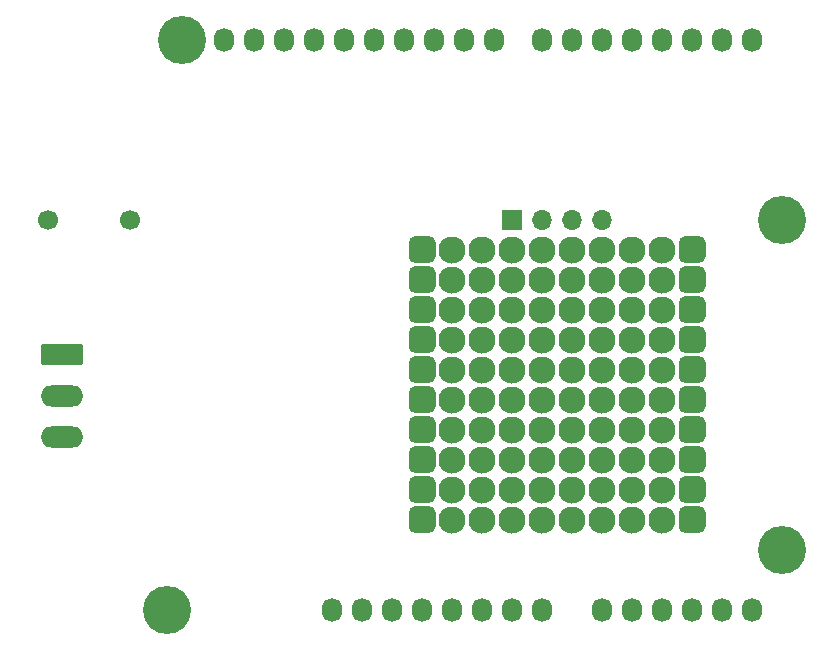
<source format=gbr>
%TF.GenerationSoftware,KiCad,Pcbnew,(5.1.9)-1*%
%TF.CreationDate,2021-10-28T18:27:29-05:00*%
%TF.ProjectId,KVLShield,4b564c53-6869-4656-9c64-2e6b69636164,1.0*%
%TF.SameCoordinates,Original*%
%TF.FileFunction,Soldermask,Bot*%
%TF.FilePolarity,Negative*%
%FSLAX46Y46*%
G04 Gerber Fmt 4.6, Leading zero omitted, Abs format (unit mm)*
G04 Created by KiCad (PCBNEW (5.1.9)-1) date 2021-10-28 18:27:29*
%MOMM*%
%LPD*%
G01*
G04 APERTURE LIST*
%ADD10C,1.700000*%
%ADD11C,2.300000*%
%ADD12O,3.600000X1.800000*%
%ADD13O,1.727200X2.032000*%
%ADD14C,4.064000*%
%ADD15R,1.700000X1.700000*%
%ADD16O,1.700000X1.700000*%
G04 APERTURE END LIST*
D10*
%TO.C,J3*%
X121848000Y-90805000D03*
X114848000Y-90805000D03*
%TD*%
D11*
%TO.C, *%
X166878000Y-111125000D03*
%TD*%
%TO.C, *%
X166878000Y-98425000D03*
%TD*%
%TO.C, *%
X166878000Y-108585000D03*
%TD*%
%TO.C, *%
X166878000Y-113665000D03*
%TD*%
%TO.C, *%
X166878000Y-116205000D03*
%TD*%
%TO.C, *%
X166878000Y-106045000D03*
%TD*%
%TO.C, *%
X166878000Y-103505000D03*
%TD*%
%TO.C, *%
X166878000Y-100965000D03*
%TD*%
%TO.C, *%
X166878000Y-95885000D03*
%TD*%
%TO.C, *%
X166878000Y-93345000D03*
%TD*%
%TO.C, *%
X164338000Y-111125000D03*
%TD*%
%TO.C, *%
X164338000Y-98425000D03*
%TD*%
%TO.C, *%
X164338000Y-108585000D03*
%TD*%
%TO.C, *%
X164338000Y-113665000D03*
%TD*%
%TO.C, *%
X164338000Y-116205000D03*
%TD*%
%TO.C, *%
X164338000Y-106045000D03*
%TD*%
%TO.C, *%
X164338000Y-103505000D03*
%TD*%
%TO.C, *%
X164338000Y-100965000D03*
%TD*%
%TO.C, *%
X164338000Y-95885000D03*
%TD*%
%TO.C, *%
X164338000Y-93345000D03*
%TD*%
%TO.C, *%
X161798000Y-111125000D03*
%TD*%
%TO.C, *%
X161798000Y-98425000D03*
%TD*%
%TO.C, *%
X161798000Y-108585000D03*
%TD*%
%TO.C, *%
X161798000Y-113665000D03*
%TD*%
%TO.C, *%
X161798000Y-116205000D03*
%TD*%
%TO.C, *%
X161798000Y-106045000D03*
%TD*%
%TO.C, *%
X161798000Y-103505000D03*
%TD*%
%TO.C, *%
X161798000Y-100965000D03*
%TD*%
%TO.C, *%
X161798000Y-95885000D03*
%TD*%
%TO.C, *%
X161798000Y-93345000D03*
%TD*%
%TO.C, *%
X159258000Y-111125000D03*
%TD*%
%TO.C, *%
X159258000Y-98425000D03*
%TD*%
%TO.C, *%
X159258000Y-108585000D03*
%TD*%
%TO.C, *%
X159258000Y-113665000D03*
%TD*%
%TO.C, *%
X159258000Y-116205000D03*
%TD*%
%TO.C, *%
X159258000Y-106045000D03*
%TD*%
%TO.C, *%
X159258000Y-103505000D03*
%TD*%
%TO.C, *%
X159258000Y-100965000D03*
%TD*%
%TO.C, *%
X159258000Y-95885000D03*
%TD*%
%TO.C, *%
X159258000Y-93345000D03*
%TD*%
%TO.C, *%
X156718000Y-111125000D03*
%TD*%
%TO.C, *%
X156718000Y-98425000D03*
%TD*%
%TO.C, *%
X156718000Y-108585000D03*
%TD*%
%TO.C, *%
X156718000Y-113665000D03*
%TD*%
%TO.C, *%
X156718000Y-116205000D03*
%TD*%
%TO.C, *%
X156718000Y-106045000D03*
%TD*%
%TO.C, *%
X156718000Y-103505000D03*
%TD*%
%TO.C, *%
X156718000Y-100965000D03*
%TD*%
%TO.C, *%
X156718000Y-95885000D03*
%TD*%
%TO.C, *%
X156718000Y-93345000D03*
%TD*%
%TO.C, *%
X154178000Y-111125000D03*
%TD*%
%TO.C, *%
X154178000Y-98425000D03*
%TD*%
%TO.C, *%
X154178000Y-108585000D03*
%TD*%
%TO.C, *%
X154178000Y-113665000D03*
%TD*%
%TO.C, *%
X154178000Y-116205000D03*
%TD*%
%TO.C, *%
X154178000Y-106045000D03*
%TD*%
%TO.C, *%
X154178000Y-103505000D03*
%TD*%
%TO.C, *%
X154178000Y-100965000D03*
%TD*%
%TO.C, *%
X154178000Y-95885000D03*
%TD*%
%TO.C, *%
X154178000Y-93345000D03*
%TD*%
%TO.C, *%
X151638000Y-111125000D03*
%TD*%
%TO.C, *%
X151638000Y-98425000D03*
%TD*%
%TO.C, *%
X151638000Y-108585000D03*
%TD*%
%TO.C, *%
X151638000Y-113665000D03*
%TD*%
%TO.C, *%
X151638000Y-116205000D03*
%TD*%
%TO.C, *%
X151638000Y-106045000D03*
%TD*%
%TO.C, *%
X151638000Y-103505000D03*
%TD*%
%TO.C, *%
X151638000Y-100965000D03*
%TD*%
%TO.C, *%
X151638000Y-95885000D03*
%TD*%
%TO.C, *%
X151638000Y-93345000D03*
%TD*%
%TO.C, *%
X149098000Y-116205000D03*
%TD*%
%TO.C, *%
X149098000Y-113665000D03*
%TD*%
%TO.C, *%
X149098000Y-111125000D03*
%TD*%
%TO.C, *%
X149098000Y-108585000D03*
%TD*%
%TO.C, *%
X149098000Y-106045000D03*
%TD*%
%TO.C, *%
X149098000Y-103505000D03*
%TD*%
%TO.C, *%
X149098000Y-100965000D03*
%TD*%
%TO.C, *%
X149098000Y-98425000D03*
%TD*%
%TO.C, *%
X149098000Y-95885000D03*
%TD*%
%TO.C, *%
G36*
G01*
X168268000Y-116780000D02*
X168268000Y-115630000D01*
G75*
G02*
X168843000Y-115055000I575000J0D01*
G01*
X169993000Y-115055000D01*
G75*
G02*
X170568000Y-115630000I0J-575000D01*
G01*
X170568000Y-116780000D01*
G75*
G02*
X169993000Y-117355000I-575000J0D01*
G01*
X168843000Y-117355000D01*
G75*
G02*
X168268000Y-116780000I0J575000D01*
G01*
G37*
%TD*%
%TO.C, *%
G36*
G01*
X168268000Y-114240000D02*
X168268000Y-113090000D01*
G75*
G02*
X168843000Y-112515000I575000J0D01*
G01*
X169993000Y-112515000D01*
G75*
G02*
X170568000Y-113090000I0J-575000D01*
G01*
X170568000Y-114240000D01*
G75*
G02*
X169993000Y-114815000I-575000J0D01*
G01*
X168843000Y-114815000D01*
G75*
G02*
X168268000Y-114240000I0J575000D01*
G01*
G37*
%TD*%
%TO.C, *%
G36*
G01*
X168268000Y-111700000D02*
X168268000Y-110550000D01*
G75*
G02*
X168843000Y-109975000I575000J0D01*
G01*
X169993000Y-109975000D01*
G75*
G02*
X170568000Y-110550000I0J-575000D01*
G01*
X170568000Y-111700000D01*
G75*
G02*
X169993000Y-112275000I-575000J0D01*
G01*
X168843000Y-112275000D01*
G75*
G02*
X168268000Y-111700000I0J575000D01*
G01*
G37*
%TD*%
%TO.C, *%
G36*
G01*
X168268000Y-109160000D02*
X168268000Y-108010000D01*
G75*
G02*
X168843000Y-107435000I575000J0D01*
G01*
X169993000Y-107435000D01*
G75*
G02*
X170568000Y-108010000I0J-575000D01*
G01*
X170568000Y-109160000D01*
G75*
G02*
X169993000Y-109735000I-575000J0D01*
G01*
X168843000Y-109735000D01*
G75*
G02*
X168268000Y-109160000I0J575000D01*
G01*
G37*
%TD*%
%TO.C, *%
G36*
G01*
X168268000Y-106620000D02*
X168268000Y-105470000D01*
G75*
G02*
X168843000Y-104895000I575000J0D01*
G01*
X169993000Y-104895000D01*
G75*
G02*
X170568000Y-105470000I0J-575000D01*
G01*
X170568000Y-106620000D01*
G75*
G02*
X169993000Y-107195000I-575000J0D01*
G01*
X168843000Y-107195000D01*
G75*
G02*
X168268000Y-106620000I0J575000D01*
G01*
G37*
%TD*%
%TO.C, *%
G36*
G01*
X168268000Y-104080000D02*
X168268000Y-102930000D01*
G75*
G02*
X168843000Y-102355000I575000J0D01*
G01*
X169993000Y-102355000D01*
G75*
G02*
X170568000Y-102930000I0J-575000D01*
G01*
X170568000Y-104080000D01*
G75*
G02*
X169993000Y-104655000I-575000J0D01*
G01*
X168843000Y-104655000D01*
G75*
G02*
X168268000Y-104080000I0J575000D01*
G01*
G37*
%TD*%
%TO.C, *%
G36*
G01*
X168268000Y-101540000D02*
X168268000Y-100390000D01*
G75*
G02*
X168843000Y-99815000I575000J0D01*
G01*
X169993000Y-99815000D01*
G75*
G02*
X170568000Y-100390000I0J-575000D01*
G01*
X170568000Y-101540000D01*
G75*
G02*
X169993000Y-102115000I-575000J0D01*
G01*
X168843000Y-102115000D01*
G75*
G02*
X168268000Y-101540000I0J575000D01*
G01*
G37*
%TD*%
%TO.C, *%
G36*
G01*
X168268000Y-99000000D02*
X168268000Y-97850000D01*
G75*
G02*
X168843000Y-97275000I575000J0D01*
G01*
X169993000Y-97275000D01*
G75*
G02*
X170568000Y-97850000I0J-575000D01*
G01*
X170568000Y-99000000D01*
G75*
G02*
X169993000Y-99575000I-575000J0D01*
G01*
X168843000Y-99575000D01*
G75*
G02*
X168268000Y-99000000I0J575000D01*
G01*
G37*
%TD*%
%TO.C, *%
G36*
G01*
X168268000Y-96460000D02*
X168268000Y-95310000D01*
G75*
G02*
X168843000Y-94735000I575000J0D01*
G01*
X169993000Y-94735000D01*
G75*
G02*
X170568000Y-95310000I0J-575000D01*
G01*
X170568000Y-96460000D01*
G75*
G02*
X169993000Y-97035000I-575000J0D01*
G01*
X168843000Y-97035000D01*
G75*
G02*
X168268000Y-96460000I0J575000D01*
G01*
G37*
%TD*%
%TO.C, *%
G36*
G01*
X145408000Y-116780000D02*
X145408000Y-115630000D01*
G75*
G02*
X145983000Y-115055000I575000J0D01*
G01*
X147133000Y-115055000D01*
G75*
G02*
X147708000Y-115630000I0J-575000D01*
G01*
X147708000Y-116780000D01*
G75*
G02*
X147133000Y-117355000I-575000J0D01*
G01*
X145983000Y-117355000D01*
G75*
G02*
X145408000Y-116780000I0J575000D01*
G01*
G37*
%TD*%
%TO.C, *%
G36*
G01*
X145408000Y-114240000D02*
X145408000Y-113090000D01*
G75*
G02*
X145983000Y-112515000I575000J0D01*
G01*
X147133000Y-112515000D01*
G75*
G02*
X147708000Y-113090000I0J-575000D01*
G01*
X147708000Y-114240000D01*
G75*
G02*
X147133000Y-114815000I-575000J0D01*
G01*
X145983000Y-114815000D01*
G75*
G02*
X145408000Y-114240000I0J575000D01*
G01*
G37*
%TD*%
%TO.C, *%
G36*
G01*
X145408000Y-111700000D02*
X145408000Y-110550000D01*
G75*
G02*
X145983000Y-109975000I575000J0D01*
G01*
X147133000Y-109975000D01*
G75*
G02*
X147708000Y-110550000I0J-575000D01*
G01*
X147708000Y-111700000D01*
G75*
G02*
X147133000Y-112275000I-575000J0D01*
G01*
X145983000Y-112275000D01*
G75*
G02*
X145408000Y-111700000I0J575000D01*
G01*
G37*
%TD*%
%TO.C, *%
G36*
G01*
X145408000Y-109160000D02*
X145408000Y-108010000D01*
G75*
G02*
X145983000Y-107435000I575000J0D01*
G01*
X147133000Y-107435000D01*
G75*
G02*
X147708000Y-108010000I0J-575000D01*
G01*
X147708000Y-109160000D01*
G75*
G02*
X147133000Y-109735000I-575000J0D01*
G01*
X145983000Y-109735000D01*
G75*
G02*
X145408000Y-109160000I0J575000D01*
G01*
G37*
%TD*%
%TO.C, *%
G36*
G01*
X145408000Y-106620000D02*
X145408000Y-105470000D01*
G75*
G02*
X145983000Y-104895000I575000J0D01*
G01*
X147133000Y-104895000D01*
G75*
G02*
X147708000Y-105470000I0J-575000D01*
G01*
X147708000Y-106620000D01*
G75*
G02*
X147133000Y-107195000I-575000J0D01*
G01*
X145983000Y-107195000D01*
G75*
G02*
X145408000Y-106620000I0J575000D01*
G01*
G37*
%TD*%
%TO.C, *%
G36*
G01*
X145408000Y-104080000D02*
X145408000Y-102930000D01*
G75*
G02*
X145983000Y-102355000I575000J0D01*
G01*
X147133000Y-102355000D01*
G75*
G02*
X147708000Y-102930000I0J-575000D01*
G01*
X147708000Y-104080000D01*
G75*
G02*
X147133000Y-104655000I-575000J0D01*
G01*
X145983000Y-104655000D01*
G75*
G02*
X145408000Y-104080000I0J575000D01*
G01*
G37*
%TD*%
%TO.C, *%
G36*
G01*
X145408000Y-101540000D02*
X145408000Y-100390000D01*
G75*
G02*
X145983000Y-99815000I575000J0D01*
G01*
X147133000Y-99815000D01*
G75*
G02*
X147708000Y-100390000I0J-575000D01*
G01*
X147708000Y-101540000D01*
G75*
G02*
X147133000Y-102115000I-575000J0D01*
G01*
X145983000Y-102115000D01*
G75*
G02*
X145408000Y-101540000I0J575000D01*
G01*
G37*
%TD*%
%TO.C, *%
G36*
G01*
X145408000Y-99000000D02*
X145408000Y-97850000D01*
G75*
G02*
X145983000Y-97275000I575000J0D01*
G01*
X147133000Y-97275000D01*
G75*
G02*
X147708000Y-97850000I0J-575000D01*
G01*
X147708000Y-99000000D01*
G75*
G02*
X147133000Y-99575000I-575000J0D01*
G01*
X145983000Y-99575000D01*
G75*
G02*
X145408000Y-99000000I0J575000D01*
G01*
G37*
%TD*%
%TO.C, *%
G36*
G01*
X145408000Y-96460000D02*
X145408000Y-95310000D01*
G75*
G02*
X145983000Y-94735000I575000J0D01*
G01*
X147133000Y-94735000D01*
G75*
G02*
X147708000Y-95310000I0J-575000D01*
G01*
X147708000Y-96460000D01*
G75*
G02*
X147133000Y-97035000I-575000J0D01*
G01*
X145983000Y-97035000D01*
G75*
G02*
X145408000Y-96460000I0J575000D01*
G01*
G37*
%TD*%
%TO.C, *%
G36*
G01*
X168268000Y-93920000D02*
X168268000Y-92770000D01*
G75*
G02*
X168843000Y-92195000I575000J0D01*
G01*
X169993000Y-92195000D01*
G75*
G02*
X170568000Y-92770000I0J-575000D01*
G01*
X170568000Y-93920000D01*
G75*
G02*
X169993000Y-94495000I-575000J0D01*
G01*
X168843000Y-94495000D01*
G75*
G02*
X168268000Y-93920000I0J575000D01*
G01*
G37*
%TD*%
%TO.C, *%
X149098000Y-93345000D03*
%TD*%
%TO.C, *%
G36*
G01*
X145408000Y-93920000D02*
X145408000Y-92770000D01*
G75*
G02*
X145983000Y-92195000I575000J0D01*
G01*
X147133000Y-92195000D01*
G75*
G02*
X147708000Y-92770000I0J-575000D01*
G01*
X147708000Y-93920000D01*
G75*
G02*
X147133000Y-94495000I-575000J0D01*
G01*
X145983000Y-94495000D01*
G75*
G02*
X145408000Y-93920000I0J575000D01*
G01*
G37*
%TD*%
D12*
%TO.C,J1*%
X116078000Y-109235000D03*
X116078000Y-105735000D03*
G36*
G01*
X114528000Y-101335000D02*
X117628000Y-101335000D01*
G75*
G02*
X117878000Y-101585000I0J-250000D01*
G01*
X117878000Y-102885000D01*
G75*
G02*
X117628000Y-103135000I-250000J0D01*
G01*
X114528000Y-103135000D01*
G75*
G02*
X114278000Y-102885000I0J250000D01*
G01*
X114278000Y-101585000D01*
G75*
G02*
X114528000Y-101335000I250000J0D01*
G01*
G37*
%TD*%
D13*
%TO.C,P1*%
X156718000Y-123825000D03*
X154178000Y-123825000D03*
X151638000Y-123825000D03*
X149098000Y-123825000D03*
X146558000Y-123825000D03*
X144018000Y-123825000D03*
X141478000Y-123825000D03*
X138938000Y-123825000D03*
%TD*%
%TO.C,P2*%
X174498000Y-123825000D03*
X171958000Y-123825000D03*
X169418000Y-123825000D03*
X166878000Y-123825000D03*
X164338000Y-123825000D03*
X161798000Y-123825000D03*
%TD*%
%TO.C,P3*%
X152654000Y-75565000D03*
X150114000Y-75565000D03*
X147574000Y-75565000D03*
X145034000Y-75565000D03*
X142494000Y-75565000D03*
X139954000Y-75565000D03*
X137414000Y-75565000D03*
X134874000Y-75565000D03*
X132334000Y-75565000D03*
X129794000Y-75565000D03*
%TD*%
%TO.C,P4*%
X174498000Y-75565000D03*
X171958000Y-75565000D03*
X169418000Y-75565000D03*
X166878000Y-75565000D03*
X164338000Y-75565000D03*
X161798000Y-75565000D03*
X159258000Y-75565000D03*
X156718000Y-75565000D03*
%TD*%
D14*
%TO.C,P5*%
X124968000Y-123825000D03*
%TD*%
%TO.C,P6*%
X177038000Y-118745000D03*
%TD*%
%TO.C,P7*%
X126238000Y-75565000D03*
%TD*%
%TO.C,P8*%
X177038000Y-90805000D03*
%TD*%
D15*
%TO.C,J2*%
X154178000Y-90805000D03*
D16*
X156718000Y-90805000D03*
X159258000Y-90805000D03*
X161798000Y-90805000D03*
%TD*%
M02*

</source>
